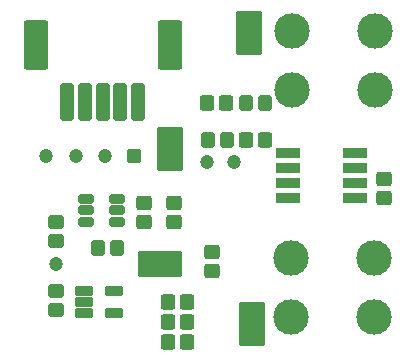
<source format=gts>
G04*
G04 #@! TF.GenerationSoftware,Altium Limited,Altium Designer,21.2.1 (34)*
G04*
G04 Layer_Color=8388736*
%FSLAX25Y25*%
%MOIN*%
G70*
G04*
G04 #@! TF.SameCoordinates,1AC70225-6F52-4A50-A751-44ABBD7A4E0E*
G04*
G04*
G04 #@! TF.FilePolarity,Negative*
G04*
G01*
G75*
G04:AMPARAMS|DCode=29|XSize=51.31mil|YSize=47.37mil|CornerRadius=6.95mil|HoleSize=0mil|Usage=FLASHONLY|Rotation=90.000|XOffset=0mil|YOffset=0mil|HoleType=Round|Shape=RoundedRectangle|*
%AMROUNDEDRECTD29*
21,1,0.05131,0.03347,0,0,90.0*
21,1,0.03740,0.04737,0,0,90.0*
1,1,0.01391,0.01673,0.01870*
1,1,0.01391,0.01673,-0.01870*
1,1,0.01391,-0.01673,-0.01870*
1,1,0.01391,-0.01673,0.01870*
%
%ADD29ROUNDEDRECTD29*%
G04:AMPARAMS|DCode=30|XSize=51.31mil|YSize=47.37mil|CornerRadius=6.95mil|HoleSize=0mil|Usage=FLASHONLY|Rotation=0.000|XOffset=0mil|YOffset=0mil|HoleType=Round|Shape=RoundedRectangle|*
%AMROUNDEDRECTD30*
21,1,0.05131,0.03347,0,0,0.0*
21,1,0.03740,0.04737,0,0,0.0*
1,1,0.01391,0.01870,-0.01673*
1,1,0.01391,-0.01870,-0.01673*
1,1,0.01391,-0.01870,0.01673*
1,1,0.01391,0.01870,0.01673*
%
%ADD30ROUNDEDRECTD30*%
G04:AMPARAMS|DCode=31|XSize=51.31mil|YSize=47.37mil|CornerRadius=7.94mil|HoleSize=0mil|Usage=FLASHONLY|Rotation=180.000|XOffset=0mil|YOffset=0mil|HoleType=Round|Shape=RoundedRectangle|*
%AMROUNDEDRECTD31*
21,1,0.05131,0.03150,0,0,180.0*
21,1,0.03543,0.04737,0,0,180.0*
1,1,0.01587,-0.01772,0.01575*
1,1,0.01587,0.01772,0.01575*
1,1,0.01587,0.01772,-0.01575*
1,1,0.01587,-0.01772,-0.01575*
%
%ADD31ROUNDEDRECTD31*%
G04:AMPARAMS|DCode=32|XSize=51.31mil|YSize=47.37mil|CornerRadius=7.94mil|HoleSize=0mil|Usage=FLASHONLY|Rotation=90.000|XOffset=0mil|YOffset=0mil|HoleType=Round|Shape=RoundedRectangle|*
%AMROUNDEDRECTD32*
21,1,0.05131,0.03150,0,0,90.0*
21,1,0.03543,0.04737,0,0,90.0*
1,1,0.01587,0.01575,0.01772*
1,1,0.01587,0.01575,-0.01772*
1,1,0.01587,-0.01575,-0.01772*
1,1,0.01587,-0.01575,0.01772*
%
%ADD32ROUNDEDRECTD32*%
G04:AMPARAMS|DCode=33|XSize=82.8mil|YSize=165.48mil|CornerRadius=9.61mil|HoleSize=0mil|Usage=FLASHONLY|Rotation=0.000|XOffset=0mil|YOffset=0mil|HoleType=Round|Shape=RoundedRectangle|*
%AMROUNDEDRECTD33*
21,1,0.08280,0.14626,0,0,0.0*
21,1,0.06358,0.16548,0,0,0.0*
1,1,0.01922,0.03179,-0.07313*
1,1,0.01922,-0.03179,-0.07313*
1,1,0.01922,-0.03179,0.07313*
1,1,0.01922,0.03179,0.07313*
%
%ADD33ROUNDEDRECTD33*%
G04:AMPARAMS|DCode=34|XSize=43.43mil|YSize=126.11mil|CornerRadius=6.66mil|HoleSize=0mil|Usage=FLASHONLY|Rotation=0.000|XOffset=0mil|YOffset=0mil|HoleType=Round|Shape=RoundedRectangle|*
%AMROUNDEDRECTD34*
21,1,0.04343,0.11280,0,0,0.0*
21,1,0.03012,0.12611,0,0,0.0*
1,1,0.01332,0.01506,-0.05640*
1,1,0.01332,-0.01506,-0.05640*
1,1,0.01332,-0.01506,0.05640*
1,1,0.01332,0.01506,0.05640*
%
%ADD34ROUNDEDRECTD34*%
G04:AMPARAMS|DCode=35|XSize=31.62mil|YSize=51.31mil|CornerRadius=6.01mil|HoleSize=0mil|Usage=FLASHONLY|Rotation=270.000|XOffset=0mil|YOffset=0mil|HoleType=Round|Shape=RoundedRectangle|*
%AMROUNDEDRECTD35*
21,1,0.03162,0.03929,0,0,270.0*
21,1,0.01961,0.05131,0,0,270.0*
1,1,0.01202,-0.01965,-0.00980*
1,1,0.01202,-0.01965,0.00980*
1,1,0.01202,0.01965,0.00980*
1,1,0.01202,0.01965,-0.00980*
%
%ADD35ROUNDEDRECTD35*%
G04:AMPARAMS|DCode=36|XSize=36.35mil|YSize=82.8mil|CornerRadius=6.13mil|HoleSize=0mil|Usage=FLASHONLY|Rotation=270.000|XOffset=0mil|YOffset=0mil|HoleType=Round|Shape=RoundedRectangle|*
%AMROUNDEDRECTD36*
21,1,0.03635,0.07055,0,0,270.0*
21,1,0.02410,0.08280,0,0,270.0*
1,1,0.01225,-0.03528,-0.01205*
1,1,0.01225,-0.03528,0.01205*
1,1,0.01225,0.03528,0.01205*
1,1,0.01225,0.03528,-0.01205*
%
%ADD36ROUNDEDRECTD36*%
G04:AMPARAMS|DCode=37|XSize=32.8mil|YSize=59.18mil|CornerRadius=5.86mil|HoleSize=0mil|Usage=FLASHONLY|Rotation=90.000|XOffset=0mil|YOffset=0mil|HoleType=Round|Shape=RoundedRectangle|*
%AMROUNDEDRECTD37*
21,1,0.03280,0.04746,0,0,90.0*
21,1,0.02108,0.05918,0,0,90.0*
1,1,0.01172,0.02373,0.01054*
1,1,0.01172,0.02373,-0.01054*
1,1,0.01172,-0.02373,-0.01054*
1,1,0.01172,-0.02373,0.01054*
%
%ADD37ROUNDEDRECTD37*%
%ADD38C,0.04737*%
G04:AMPARAMS|DCode=39|XSize=47.37mil|YSize=47.37mil|CornerRadius=7.94mil|HoleSize=0mil|Usage=FLASHONLY|Rotation=90.000|XOffset=0mil|YOffset=0mil|HoleType=Round|Shape=RoundedRectangle|*
%AMROUNDEDRECTD39*
21,1,0.04737,0.03150,0,0,90.0*
21,1,0.03150,0.04737,0,0,90.0*
1,1,0.01587,0.01575,0.01575*
1,1,0.01587,0.01575,-0.01575*
1,1,0.01587,-0.01575,-0.01575*
1,1,0.01587,-0.01575,0.01575*
%
%ADD39ROUNDEDRECTD39*%
G04:AMPARAMS|DCode=40|XSize=149.73mil|YSize=86.74mil|CornerRadius=9.91mil|HoleSize=0mil|Usage=FLASHONLY|Rotation=90.000|XOffset=0mil|YOffset=0mil|HoleType=Round|Shape=RoundedRectangle|*
%AMROUNDEDRECTD40*
21,1,0.14973,0.06693,0,0,90.0*
21,1,0.12992,0.08674,0,0,90.0*
1,1,0.01981,0.03347,0.06496*
1,1,0.01981,0.03347,-0.06496*
1,1,0.01981,-0.03347,-0.06496*
1,1,0.01981,-0.03347,0.06496*
%
%ADD40ROUNDEDRECTD40*%
G04:AMPARAMS|DCode=41|XSize=149.73mil|YSize=86.74mil|CornerRadius=9.91mil|HoleSize=0mil|Usage=FLASHONLY|Rotation=0.000|XOffset=0mil|YOffset=0mil|HoleType=Round|Shape=RoundedRectangle|*
%AMROUNDEDRECTD41*
21,1,0.14973,0.06693,0,0,0.0*
21,1,0.12992,0.08674,0,0,0.0*
1,1,0.01981,0.06496,-0.03347*
1,1,0.01981,-0.06496,-0.03347*
1,1,0.01981,-0.06496,0.03347*
1,1,0.01981,0.06496,0.03347*
%
%ADD41ROUNDEDRECTD41*%
%ADD42C,0.11824*%
D29*
X67801Y74996D02*
D03*
X74100D02*
D03*
X31171Y38901D02*
D03*
X37470D02*
D03*
X80500Y87410D02*
D03*
X86799D02*
D03*
D30*
X17077Y47703D02*
D03*
Y41403D02*
D03*
X17071Y18397D02*
D03*
Y24697D02*
D03*
D31*
X69071Y31299D02*
D03*
Y37598D02*
D03*
X126500Y61750D02*
D03*
Y55450D02*
D03*
X46500Y54000D02*
D03*
Y47701D02*
D03*
X56500Y54000D02*
D03*
Y47701D02*
D03*
D32*
X80500Y75000D02*
D03*
X86799D02*
D03*
X73998Y87410D02*
D03*
X67698D02*
D03*
X60921Y14199D02*
D03*
X54621D02*
D03*
X60921Y20949D02*
D03*
X54621D02*
D03*
X60921Y7449D02*
D03*
X54621D02*
D03*
D33*
X55108Y106424D02*
D03*
X10620D02*
D03*
D34*
X32766Y87449D02*
D03*
X44577D02*
D03*
X26860D02*
D03*
X20955D02*
D03*
X38671D02*
D03*
D35*
X27353Y51449D02*
D03*
Y47709D02*
D03*
Y55189D02*
D03*
X37589Y47709D02*
D03*
Y51449D02*
D03*
Y55189D02*
D03*
D36*
X94649Y70449D02*
D03*
Y65449D02*
D03*
Y60449D02*
D03*
Y55449D02*
D03*
X116893Y70449D02*
D03*
Y65449D02*
D03*
Y60449D02*
D03*
Y55449D02*
D03*
D37*
X26536Y24689D02*
D03*
Y20949D02*
D03*
Y17209D02*
D03*
X36606D02*
D03*
Y24689D02*
D03*
D38*
X13971Y69449D02*
D03*
X33512D02*
D03*
X23742D02*
D03*
X17071Y33449D02*
D03*
X76500Y67500D02*
D03*
X67671Y67449D02*
D03*
D39*
X43282Y69449D02*
D03*
D40*
X55171Y71949D02*
D03*
X81671Y110449D02*
D03*
X82671Y13449D02*
D03*
D41*
X52000Y33500D02*
D03*
D42*
X123470Y111291D02*
D03*
Y91606D02*
D03*
X95872Y111291D02*
D03*
Y91606D02*
D03*
X123269Y35449D02*
D03*
Y15764D02*
D03*
X95671Y35449D02*
D03*
Y15764D02*
D03*
M02*

</source>
